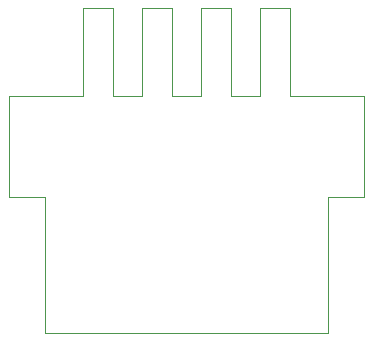
<source format=gbr>
%TF.GenerationSoftware,KiCad,Pcbnew,(5.1.12-1-10_14)*%
%TF.CreationDate,2022-02-21T12:57:33+08:00*%
%TF.ProjectId,esp32-c3_ddsu666,65737033-322d-4633-935f-646473753636,rev?*%
%TF.SameCoordinates,Original*%
%TF.FileFunction,Profile,NP*%
%FSLAX46Y46*%
G04 Gerber Fmt 4.6, Leading zero omitted, Abs format (unit mm)*
G04 Created by KiCad (PCBNEW (5.1.12-1-10_14)) date 2022-02-21 12:57:33*
%MOMM*%
%LPD*%
G01*
G04 APERTURE LIST*
%TA.AperFunction,Profile*%
%ADD10C,0.050000*%
%TD*%
G04 APERTURE END LIST*
D10*
X123750000Y-50000000D02*
X130000000Y-50000000D01*
X100000000Y-50000000D02*
X106250000Y-50000000D01*
X123750000Y-42500000D02*
X123750000Y-50000000D01*
X121250000Y-42500000D02*
X123750000Y-42500000D01*
X121250000Y-50000000D02*
X121250000Y-42500000D01*
X118750000Y-50000000D02*
X121250000Y-50000000D01*
X118750000Y-42500000D02*
X118750000Y-50000000D01*
X116250000Y-42500000D02*
X118750000Y-42500000D01*
X116250000Y-50000000D02*
X116250000Y-42500000D01*
X113750000Y-50000000D02*
X116250000Y-50000000D01*
X106250000Y-42500000D02*
X106250000Y-50000000D01*
X108750000Y-42500000D02*
X106250000Y-42500000D01*
X108750000Y-50000000D02*
X108750000Y-42500000D01*
X111250000Y-50000000D02*
X108750000Y-50000000D01*
X111250000Y-42500000D02*
X111250000Y-50000000D01*
X113750000Y-42500000D02*
X111250000Y-42500000D01*
X113750000Y-50000000D02*
X113750000Y-42500000D01*
X100000000Y-58500000D02*
X100000000Y-50000000D01*
X103000000Y-58500000D02*
X100000000Y-58500000D01*
X103000000Y-70000000D02*
X103000000Y-58500000D01*
X127000000Y-70000000D02*
X103000000Y-70000000D01*
X127000000Y-58500000D02*
X127000000Y-70000000D01*
X130000000Y-58500000D02*
X127000000Y-58500000D01*
X130000000Y-50000000D02*
X130000000Y-58500000D01*
M02*

</source>
